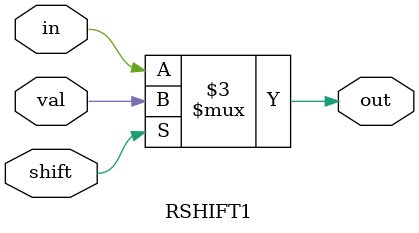
<source format=v>
module RSHIFT1 #(parameter SIZE = 1)(input in, shift, val, output reg out);
always @ (in, shift, val) begin
    if(shift)
	    out = val;
	else
	    out = in;
end
endmodule
</source>
